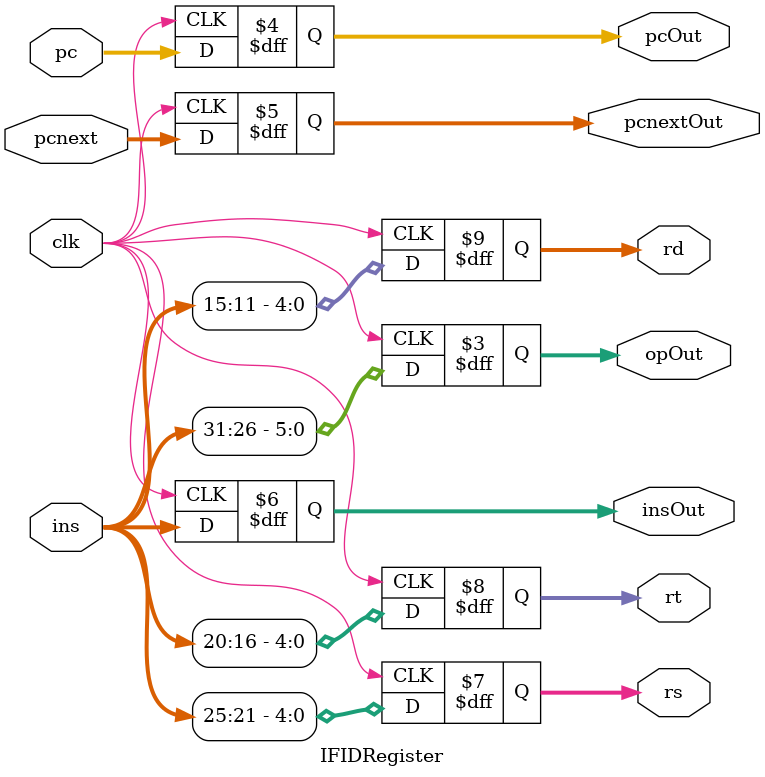
<source format=v>
`timescale 1ns / 1ps
module IFIDRegister(clk,pc,pcnext,ins,opOut,pcOut,pcnextOut,insOut,rs,rt,rd );
    input clk;
    input [31:0] pc,pcnext,ins;
    output reg [5:0] opOut;
    output reg[31:0] pcOut,pcnextOut,insOut;
    output reg[4:0] rs,rt,rd;
    initial begin 
        opOut = 0;
        pcOut = 0;
        pcnextOut = 0;
        insOut = 0;
    end
    always@(posedge clk) begin 
        opOut = ins[31:26];
        pcOut = pc;
        pcnextOut = pcnext;
        insOut = ins;
        rs = ins[25:21];
        rt = ins[20:16];
        rd = ins[15:11];
    end
endmodule

</source>
